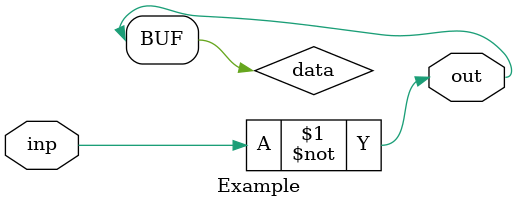
<source format=v>
module Example(inp, out);
    input inp;
    output out;
    wire data;
    assign data = ~inp;
    assign out = data;
endmodule

</source>
